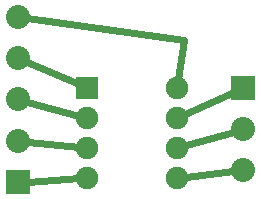
<source format=gtl>
G04 MADE WITH FRITZING*
G04 WWW.FRITZING.ORG*
G04 DOUBLE SIDED*
G04 HOLES PLATED*
G04 CONTOUR ON CENTER OF CONTOUR VECTOR*
%ASAXBY*%
%FSLAX23Y23*%
%MOIN*%
%OFA0B0*%
%SFA1.0B1.0*%
%ADD10C,0.075000*%
%ADD11C,0.080000*%
%ADD12R,0.075000X0.075000*%
%ADD13R,0.080000X0.080000*%
%ADD14C,0.024000*%
%LNCOPPER1*%
G90*
G70*
G54D10*
X690Y629D03*
X990Y629D03*
X690Y529D03*
X990Y529D03*
X690Y429D03*
X990Y429D03*
X690Y329D03*
X990Y329D03*
G54D11*
X1208Y629D03*
X1208Y491D03*
X1208Y354D03*
X460Y314D03*
X460Y452D03*
X460Y590D03*
X460Y728D03*
X460Y865D03*
G54D12*
X690Y629D03*
G54D13*
X1208Y629D03*
X460Y314D03*
G54D14*
X664Y640D02*
X488Y715D01*
D02*
X1012Y787D02*
X490Y861D01*
D02*
X994Y658D02*
X1012Y787D01*
D02*
X663Y536D02*
X490Y582D01*
D02*
X662Y432D02*
X491Y449D01*
D02*
X662Y327D02*
X491Y316D01*
D02*
X1179Y616D02*
X1016Y541D01*
D02*
X1178Y483D02*
X1018Y437D01*
D02*
X1177Y350D02*
X1019Y332D01*
G04 End of Copper1*
M02*
</source>
